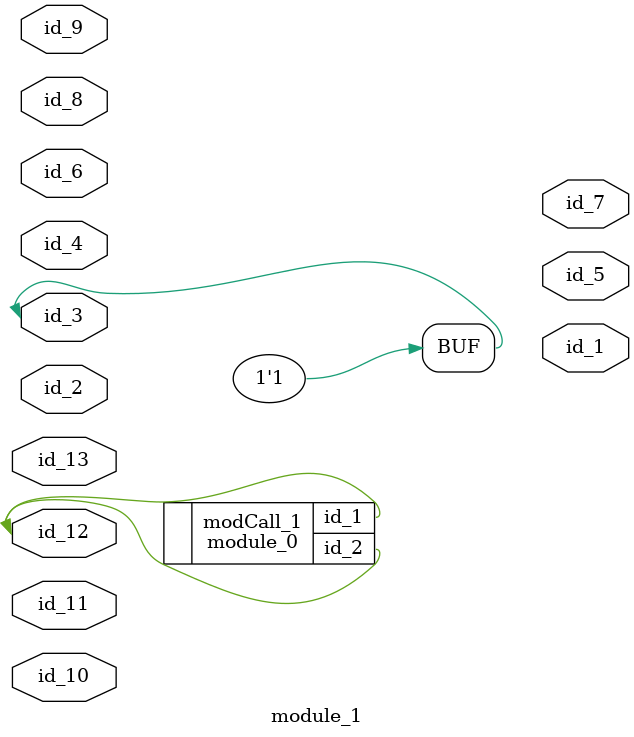
<source format=v>
module module_0 (
    id_1,
    id_2
);
  inout wire id_2;
  output wire id_1;
  assign id_1 = id_2;
endmodule
module module_1 (
    id_1,
    id_2,
    id_3,
    id_4,
    id_5,
    id_6,
    id_7,
    id_8,
    id_9,
    id_10,
    id_11,
    id_12,
    id_13
);
  inout wire id_13;
  inout wire id_12;
  input wire id_11;
  inout wire id_10;
  inout wire id_9;
  inout wire id_8;
  output wire id_7;
  inout wire id_6;
  output wire id_5;
  inout wire id_4;
  inout wire id_3;
  inout wire id_2;
  output wire id_1;
  assign id_3 = -1;
  module_0 modCall_1 (
      id_12,
      id_12
  );
endmodule

</source>
